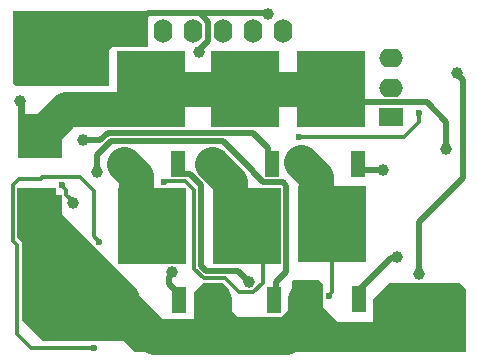
<source format=gbl>
G04*
G04 #@! TF.GenerationSoftware,Altium Limited,Altium Designer,21.7.1 (17)*
G04*
G04 Layer_Physical_Order=2*
G04 Layer_Color=16711680*
%FSLAX44Y44*%
%MOMM*%
G71*
G04*
G04 #@! TF.SameCoordinates,13432A2F-5693-4F9D-A56B-2ECE4EB69D10*
G04*
G04*
G04 #@! TF.FilePolarity,Positive*
G04*
G01*
G75*
%ADD12C,0.3000*%
%ADD43C,0.5000*%
%ADD44C,0.6000*%
%ADD45R,1.6000X2.0000*%
%ADD46O,1.6000X2.0000*%
%ADD47R,2.0000X1.6000*%
%ADD48O,2.0000X1.6000*%
%ADD49C,3.5000*%
%ADD50C,1.0000*%
%ADD51C,0.6000*%
%ADD52R,1.2000X2.2000*%
%ADD53R,5.8000X6.4000*%
%ADD54R,3.8100X3.8100*%
%ADD55C,3.0000*%
%ADD56C,2.0000*%
G36*
X116840Y260350D02*
X86360D01*
X83820Y257810D01*
Y227330D01*
X5080D01*
X2540Y229870D01*
Y290830D01*
X116840D01*
Y260350D01*
D02*
G37*
G36*
X39370Y120650D02*
X129540Y30480D01*
X156210D01*
Y53340D01*
X163830Y60960D01*
X163836D01*
X164130Y60901D01*
X180399D01*
X185420Y55880D01*
Y39370D01*
X193040Y31750D01*
X236000D01*
Y51850D01*
X238760Y54610D01*
Y62230D01*
X240030Y63500D01*
X261620D01*
X265430Y59690D01*
Y40640D01*
X278130Y27940D01*
X307340D01*
Y46990D01*
X321310Y60960D01*
X381000D01*
X386080Y55880D01*
Y2540D01*
X105410D01*
X96520Y11430D01*
X27940D01*
X10160Y29210D01*
Y95250D01*
X6419Y98991D01*
Y140970D01*
X39370D01*
Y120650D01*
D02*
G37*
D12*
X334010Y184150D02*
X346710Y196850D01*
Y204470D01*
X245110Y184150D02*
X334010D01*
X214630Y60960D02*
Y89920D01*
X193702Y52678D02*
X206348D01*
X214630Y60960D01*
X273050Y52882D02*
Y110240D01*
X270510Y50342D02*
X273050Y52882D01*
X270510Y49530D02*
Y50342D01*
X181910Y64470D02*
X193702Y52678D01*
X164130Y64470D02*
X181910D01*
X6350Y17780D02*
Y92840D01*
X2850Y96340D02*
X6350Y92840D01*
X8107Y148590D02*
X26036D01*
X2850Y143333D02*
X8107Y148590D01*
X6350Y17780D02*
X18160Y5970D01*
X2850Y96340D02*
Y143333D01*
X18160Y5970D02*
X71120D01*
X74850Y95674D02*
X75424Y95100D01*
X74850Y95674D02*
Y96600D01*
X71120Y100330D02*
X74850Y96600D01*
X71120Y100330D02*
Y138430D01*
X59540Y150010D02*
X71120Y138430D01*
X27456Y150010D02*
X59540D01*
X26036Y148590D02*
X27456Y150010D01*
X248980Y162810D02*
Y167810D01*
X133924Y146624D02*
X134340Y147040D01*
X131004Y146624D02*
X133924D01*
X134340Y147040D02*
X148530D01*
X130430Y146050D02*
X131004Y146624D01*
X148530Y147040D02*
X156210Y139360D01*
X195580Y108970D02*
X214630Y89920D01*
X156210Y72390D02*
X164130Y64470D01*
X156210Y72390D02*
Y139360D01*
X53340Y128270D02*
Y130164D01*
X48021Y135483D02*
X53340Y130164D01*
X44450Y142698D02*
Y143510D01*
Y142698D02*
X48021Y139127D01*
Y135483D02*
Y139127D01*
D43*
X225518Y48028D02*
Y61518D01*
X234160Y70160D01*
Y142834D01*
X223460Y45970D02*
X225518Y48028D01*
X369570Y173990D02*
Y196850D01*
X269240Y225810D02*
X281490Y213560D01*
X352860D01*
X369570Y196850D01*
X160760Y288820D02*
X217910D01*
X218440Y288290D01*
X167640Y265513D02*
Y281940D01*
X160020Y256540D02*
Y257893D01*
X167640Y265513D01*
X160760Y288820D02*
X167640Y281940D01*
X116640Y288820D02*
X160760D01*
X104140Y274320D02*
Y276320D01*
X116640Y288820D01*
X73660Y168910D02*
X85790Y181040D01*
X73660Y154940D02*
Y168910D01*
X346710Y68580D02*
Y112437D01*
X383540Y149267D01*
X293640Y156210D02*
X316230D01*
X292040Y157810D02*
X293640Y156210D01*
X137160Y68497D02*
Y69850D01*
X134620Y59800D02*
Y65957D01*
X137160Y68497D01*
X166066Y71120D02*
X192957D01*
X202863Y61214D01*
X142180Y156540D02*
Y161540D01*
Y156540D02*
X145680Y153040D01*
X152433D01*
X162210Y143263D01*
Y74976D02*
Y143263D01*
Y74976D02*
X166066Y71120D01*
X134620Y59800D02*
X143450Y50970D01*
Y45970D02*
Y50970D01*
X214326Y146040D02*
X230954D01*
X234160Y142834D01*
X76460Y181610D02*
X82891Y188040D01*
X205660D02*
X218690Y175010D01*
X82891Y188040D02*
X205660D01*
X85790Y181040D02*
X180454D01*
X206160Y155334D01*
Y154206D02*
X214326Y146040D01*
X206160Y154206D02*
Y155334D01*
X218690Y165079D02*
Y175010D01*
Y165079D02*
X223520Y160249D01*
X62230Y181610D02*
X76460D01*
X293310Y47240D02*
Y52240D01*
X322663Y81593D02*
X326703D01*
X327660Y82550D01*
X293310Y52240D02*
X322663Y81593D01*
X383540Y149267D02*
Y232327D01*
X378460Y237407D02*
X383540Y232327D01*
X378460Y237407D02*
Y238760D01*
D44*
X9350Y201470D02*
X25400Y185420D01*
X9350Y201470D02*
Y214170D01*
X8890Y214630D02*
X9350Y214170D01*
D45*
X104140Y274320D02*
D03*
D46*
X129540D02*
D03*
X154940D02*
D03*
X180340D02*
D03*
X205740D02*
D03*
X231140D02*
D03*
D47*
X322580Y201060D02*
D03*
D48*
Y226060D02*
D03*
Y251060D02*
D03*
D49*
X38100Y256540D02*
D03*
Y38100D02*
D03*
X336550D02*
D03*
D50*
X218440Y288290D02*
D03*
X160020Y256540D02*
D03*
X73660Y74540D02*
D03*
Y154940D02*
D03*
X346710Y68580D02*
D03*
X316230Y156210D02*
D03*
X137160Y69850D02*
D03*
X202863Y61214D02*
D03*
X8890Y214630D02*
D03*
X53340Y128270D02*
D03*
X62230Y181610D02*
D03*
X327660Y82550D02*
D03*
X369570Y173990D02*
D03*
X378460Y238760D02*
D03*
D51*
X90170Y50800D02*
D03*
X124460Y115570D02*
D03*
X346710Y204470D02*
D03*
X270510Y49530D02*
D03*
X245110Y184150D02*
D03*
X71120Y5970D02*
D03*
X75424Y95100D02*
D03*
X130430Y146050D02*
D03*
X44450Y143510D02*
D03*
D52*
X222190Y161540D02*
D03*
X176590D02*
D03*
X248980D02*
D03*
X294580D02*
D03*
X250250Y47240D02*
D03*
X295850D02*
D03*
X177860Y45970D02*
D03*
X223460D02*
D03*
X97850D02*
D03*
X143450D02*
D03*
X96580Y161540D02*
D03*
X142180D02*
D03*
D53*
X199390Y224540D02*
D03*
X271780D02*
D03*
X273050Y110240D02*
D03*
X200660Y108970D02*
D03*
X120650D02*
D03*
X119380Y224540D02*
D03*
D54*
X25400Y116840D02*
D03*
Y185420D02*
D03*
D55*
X233772Y15240D02*
X250250Y31718D01*
Y47240D01*
X172720Y15240D02*
X233772D01*
X246440Y162810D02*
X248710Y160540D01*
X259050Y150200D01*
X25400Y116840D02*
X95310Y46930D01*
X171510Y161540D02*
X186660Y146390D01*
X95310Y41850D02*
Y46930D01*
Y41850D02*
X121920Y15240D01*
X184785Y225175D02*
X258445D01*
X119380Y224540D02*
X184150D01*
X109220D02*
X119380D01*
X109220Y211380D02*
Y224540D01*
X186660Y117890D02*
Y146390D01*
Y117890D02*
X195580Y108970D01*
X259050Y121700D02*
Y150200D01*
Y121700D02*
X270510Y110240D01*
X106650Y122970D02*
Y151470D01*
Y122970D02*
X120650Y108970D01*
X96580Y161540D02*
X106650Y151470D01*
X25400Y185420D02*
X47520Y207540D01*
X105380D02*
X109220Y211380D01*
X47520Y207540D02*
X105380D01*
X121920Y15240D02*
X172720D01*
X172780Y15300D02*
Y45970D01*
X172720Y15240D02*
X172780Y15300D01*
X184150Y224540D02*
X184785Y225175D01*
X258445D02*
X259080Y225810D01*
D56*
X38100Y38100D02*
Y42159D01*
Y256540D02*
X42159D01*
M02*

</source>
